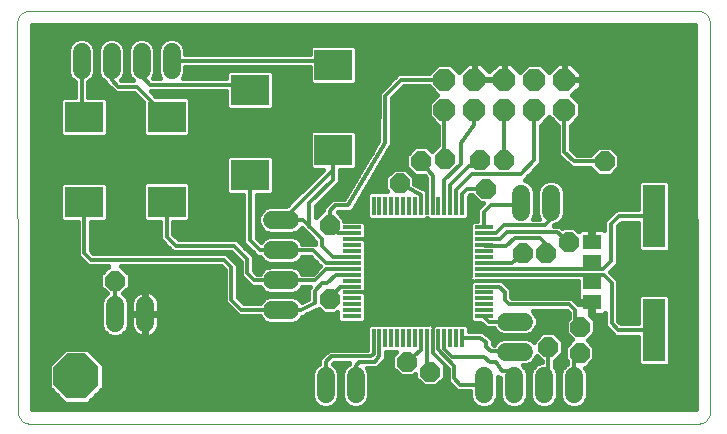
<source format=gtl>
G75*
G70*
%OFA0B0*%
%FSLAX24Y24*%
%IPPOS*%
%LPD*%
%AMOC8*
5,1,8,0,0,1.08239X$1,22.5*
%
%ADD10C,0.0000*%
%ADD11R,0.0630X0.0118*%
%ADD12R,0.0118X0.0630*%
%ADD13R,0.0760X0.2100*%
%ADD14R,0.0591X0.0512*%
%ADD15OC8,0.0740*%
%ADD16C,0.0600*%
%ADD17R,0.1260X0.1024*%
%ADD18C,0.0120*%
%ADD19OC8,0.0660*%
%ADD20C,0.0160*%
%ADD21C,0.0100*%
%ADD22OC8,0.1500*%
D10*
X001073Y001180D02*
X023361Y001180D01*
X023400Y001182D01*
X023438Y001188D01*
X023475Y001197D01*
X023512Y001210D01*
X023547Y001227D01*
X023580Y001246D01*
X023611Y001270D01*
X023640Y001296D01*
X023666Y001324D01*
X023689Y001355D01*
X023709Y001389D01*
X023725Y001423D01*
X023738Y001460D01*
X023747Y001497D01*
X023753Y001536D01*
X023755Y001574D01*
X023754Y001574D02*
X023736Y014554D01*
X023736Y014555D02*
X023734Y014593D01*
X023728Y014631D01*
X023719Y014669D01*
X023706Y014705D01*
X023689Y014740D01*
X023669Y014773D01*
X023646Y014804D01*
X023620Y014833D01*
X023592Y014859D01*
X023561Y014882D01*
X023528Y014902D01*
X023493Y014918D01*
X023456Y014931D01*
X023419Y014940D01*
X023381Y014946D01*
X023342Y014948D01*
X001055Y014948D01*
X001016Y014946D01*
X000978Y014940D01*
X000941Y014931D01*
X000904Y014918D01*
X000869Y014901D01*
X000836Y014882D01*
X000805Y014858D01*
X000776Y014832D01*
X000750Y014804D01*
X000727Y014773D01*
X000707Y014739D01*
X000691Y014705D01*
X000678Y014668D01*
X000669Y014631D01*
X000663Y014592D01*
X000661Y014554D01*
X000679Y001573D01*
X000681Y001535D01*
X000687Y001497D01*
X000696Y001459D01*
X000709Y001423D01*
X000726Y001388D01*
X000746Y001355D01*
X000769Y001324D01*
X000795Y001295D01*
X000823Y001269D01*
X000854Y001246D01*
X000887Y001226D01*
X000922Y001210D01*
X000959Y001197D01*
X000996Y001188D01*
X001034Y001182D01*
X001073Y001180D01*
D11*
X011806Y004767D03*
X011806Y004963D03*
X011806Y005160D03*
X011806Y005357D03*
X011806Y005554D03*
X011806Y005751D03*
X011806Y005948D03*
X011806Y006145D03*
X011806Y006341D03*
X011806Y006538D03*
X011806Y006735D03*
X011806Y006932D03*
X011806Y007129D03*
X011806Y007326D03*
X011806Y007523D03*
X011806Y007719D03*
X016215Y007719D03*
X016215Y007523D03*
X016215Y007326D03*
X016215Y007129D03*
X016215Y006932D03*
X016215Y006735D03*
X016215Y006538D03*
X016215Y006341D03*
X016215Y006145D03*
X016215Y005948D03*
X016215Y005751D03*
X016215Y005554D03*
X016215Y005357D03*
X016215Y005160D03*
X016215Y004963D03*
X016215Y004767D03*
D12*
X015487Y004038D03*
X015290Y004038D03*
X015093Y004038D03*
X014897Y004038D03*
X014700Y004038D03*
X014503Y004038D03*
X014306Y004038D03*
X014109Y004038D03*
X013912Y004038D03*
X013715Y004038D03*
X013519Y004038D03*
X013322Y004038D03*
X013125Y004038D03*
X012928Y004038D03*
X012731Y004038D03*
X012534Y004038D03*
X012534Y008448D03*
X012731Y008448D03*
X012928Y008448D03*
X013125Y008448D03*
X013322Y008448D03*
X013519Y008448D03*
X013715Y008448D03*
X013912Y008448D03*
X014109Y008448D03*
X014306Y008448D03*
X014503Y008448D03*
X014700Y008448D03*
X014897Y008448D03*
X015093Y008448D03*
X015290Y008448D03*
X015487Y008448D03*
D13*
X021889Y008100D03*
X021889Y004300D03*
D14*
X019810Y005227D03*
X019810Y005897D03*
X019810Y006578D03*
X019810Y007247D03*
D15*
X018897Y011645D03*
X017897Y011645D03*
X016897Y011645D03*
X015897Y011645D03*
X014897Y011645D03*
X014897Y012645D03*
X015897Y012645D03*
X016897Y012645D03*
X017897Y012645D03*
X018897Y012645D03*
D16*
X018456Y008850D02*
X018456Y008250D01*
X017456Y008250D02*
X017456Y008850D01*
X017543Y004582D02*
X016943Y004582D01*
X016943Y003582D02*
X017543Y003582D01*
X017215Y002771D02*
X017215Y002171D01*
X016215Y002171D02*
X016215Y002771D01*
X018215Y002771D02*
X018215Y002171D01*
X019215Y002171D02*
X019215Y002771D01*
X011936Y002767D02*
X011936Y002167D01*
X010936Y002167D02*
X010936Y002767D01*
X009760Y004963D02*
X009160Y004963D01*
X009160Y005963D02*
X009760Y005963D01*
X009760Y006963D02*
X009160Y006963D01*
X009160Y007963D02*
X009760Y007963D01*
X004920Y005137D02*
X004920Y004537D01*
X003920Y004537D02*
X003920Y005137D01*
X003802Y012978D02*
X003802Y013578D01*
X002802Y013578D02*
X002802Y012978D01*
X004802Y012978D02*
X004802Y013578D01*
X005802Y013578D02*
X005802Y012978D01*
D17*
X005641Y011416D03*
X002889Y011393D03*
X002889Y008558D03*
X005641Y008582D03*
X008420Y009467D03*
X011196Y010310D03*
X008420Y012302D03*
X011196Y013145D03*
D18*
X011062Y013278D01*
X005802Y013278D01*
X004802Y013278D02*
X004802Y012759D01*
X005078Y012483D01*
X008239Y012483D01*
X008420Y012302D01*
X005641Y011416D02*
X004649Y012408D01*
X004026Y012408D01*
X003802Y012633D01*
X003802Y013278D01*
X002802Y013278D02*
X002802Y011479D01*
X002889Y011393D01*
X002889Y008558D02*
X002889Y006869D01*
X003109Y006649D01*
X007538Y006649D01*
X007798Y006389D01*
X007798Y005318D01*
X008133Y004983D01*
X009440Y004983D01*
X009460Y004963D01*
X010113Y004963D01*
X010570Y005196D01*
X010570Y005597D01*
X010826Y005853D01*
X010991Y005853D01*
X011282Y006145D01*
X011806Y006145D01*
X011798Y006334D02*
X011806Y006341D01*
X011798Y006334D02*
X010963Y006334D01*
X010593Y005963D01*
X009460Y005963D01*
X008566Y005963D01*
X008326Y006204D01*
X008326Y006668D01*
X007885Y007109D01*
X005948Y007109D01*
X005641Y007416D01*
X005641Y008582D01*
X008420Y009467D02*
X008420Y007286D01*
X008739Y006967D01*
X009456Y006967D01*
X009460Y006963D01*
X010523Y006963D01*
X010944Y006542D01*
X011802Y006542D01*
X011806Y006538D01*
X011802Y006731D02*
X011806Y006735D01*
X011802Y006731D02*
X011192Y006731D01*
X010818Y007089D01*
X010810Y007341D01*
X010184Y007963D01*
X009460Y007963D01*
X010400Y007749D02*
X010400Y008522D01*
X011196Y009318D01*
X011196Y009680D01*
X011196Y010310D01*
X012916Y010546D02*
X011692Y008460D01*
X011251Y008460D01*
X011074Y008282D01*
X011074Y007814D01*
X011361Y007526D01*
X011806Y007523D01*
X011806Y007326D02*
X012467Y007326D01*
X012696Y007097D01*
X012696Y005420D01*
X012393Y005117D01*
X012393Y004656D01*
X011826Y004089D01*
X012534Y004038D02*
X012534Y003511D01*
X012452Y003428D01*
X011129Y003428D01*
X010952Y003251D01*
X010952Y002483D01*
X010936Y002467D01*
X011936Y002467D02*
X011936Y003117D01*
X012058Y003239D01*
X012570Y003239D01*
X012731Y003420D01*
X012731Y004038D01*
X013645Y003243D02*
X014109Y003621D01*
X014109Y004038D01*
X014306Y004038D02*
X014306Y003093D01*
X014420Y002916D01*
X014956Y003089D02*
X014956Y002215D01*
X015408Y002483D02*
X016208Y002479D01*
X016215Y002471D01*
X016822Y002924D02*
X017121Y002924D01*
X017211Y002834D01*
X017211Y002475D01*
X017215Y002471D01*
X016822Y002924D02*
X016605Y003219D01*
X016408Y003219D01*
X016211Y003416D01*
X015164Y003416D01*
X014897Y003684D01*
X014897Y004038D01*
X014700Y004038D02*
X014700Y003656D01*
X015227Y003089D01*
X015227Y002700D01*
X015408Y002483D01*
X014956Y003089D02*
X014503Y003542D01*
X014503Y004038D01*
X015487Y004038D02*
X016093Y004038D01*
X016290Y003900D01*
X016290Y003743D01*
X016444Y003589D01*
X017235Y003589D01*
X017243Y003582D01*
X018361Y003731D02*
X018361Y002617D01*
X018215Y002471D01*
X019215Y002471D02*
X019215Y003349D01*
X019408Y003542D01*
X019432Y004416D02*
X019255Y004593D01*
X019255Y004963D01*
X019058Y005160D01*
X017062Y005160D01*
X016912Y005310D01*
X016912Y005562D01*
X016723Y005751D01*
X016215Y005751D01*
X016215Y005948D02*
X017219Y005948D01*
X017499Y005668D01*
X016215Y006145D02*
X019786Y006145D01*
X019810Y006121D01*
X019810Y005897D01*
X019786Y006145D02*
X020204Y006145D01*
X020467Y005881D01*
X020467Y004523D01*
X020688Y004302D01*
X021886Y004302D01*
X021889Y004300D01*
X020188Y006341D02*
X019826Y006341D01*
X019810Y006357D01*
X019810Y006578D01*
X019826Y006341D02*
X016215Y006341D01*
X016215Y006538D02*
X017164Y006538D01*
X017519Y006885D01*
X017259Y007357D02*
X016940Y007105D01*
X016239Y007105D01*
X016215Y007129D01*
X016215Y007326D02*
X016735Y007326D01*
X016975Y007566D01*
X018645Y007562D01*
X019042Y007235D01*
X018314Y007133D02*
X018298Y006877D01*
X018314Y007133D02*
X018097Y007357D01*
X017259Y007357D01*
X016897Y007790D02*
X018235Y007790D01*
X018456Y008011D01*
X018456Y008550D01*
X017456Y008550D02*
X017389Y008483D01*
X016456Y008483D01*
X016215Y008243D01*
X016215Y007719D01*
X016215Y007523D02*
X016629Y007523D01*
X016897Y007790D01*
X015487Y008448D02*
X015483Y008834D01*
X015656Y009015D01*
X016274Y009015D01*
X015814Y009495D02*
X017452Y009499D01*
X017897Y009963D01*
X017897Y011645D01*
X016897Y011645D02*
X016897Y010007D01*
X016893Y009971D01*
X016093Y009971D02*
X015936Y009767D01*
X015727Y009767D01*
X015086Y009121D01*
X015093Y008448D01*
X014897Y008448D02*
X014893Y009310D01*
X015444Y009845D01*
X015440Y010523D01*
X015897Y011129D01*
X015897Y011645D01*
X014897Y011645D02*
X014897Y010235D01*
X014916Y010003D01*
X014503Y009444D02*
X014121Y009940D01*
X014145Y009404D02*
X013952Y009404D01*
X013404Y009952D01*
X013294Y009952D01*
X014145Y009404D02*
X014306Y009243D01*
X014306Y008448D01*
X014503Y008448D02*
X014503Y009444D01*
X015294Y008967D02*
X015814Y009495D01*
X015294Y008967D02*
X015290Y008448D01*
X014109Y008448D02*
X014109Y008810D01*
X013404Y009188D01*
X012916Y010546D02*
X012924Y012113D01*
X013456Y012645D01*
X014897Y012645D01*
X018897Y011645D02*
X018897Y010231D01*
X019227Y009924D01*
X020235Y009924D01*
X020711Y008105D02*
X021883Y008105D01*
X021889Y008100D01*
X020711Y008105D02*
X020452Y007845D01*
X020452Y006605D01*
X020188Y006341D01*
X017243Y004582D02*
X017239Y004578D01*
X016369Y004578D01*
X016215Y004731D01*
X016215Y004767D01*
X012393Y005117D02*
X012393Y005393D01*
X012231Y005554D01*
X011806Y005554D01*
X011806Y005751D02*
X011416Y005751D01*
X011074Y005337D01*
X003920Y004837D02*
X003920Y005889D01*
X003912Y005952D01*
D19*
X003912Y005952D03*
X011074Y005337D03*
X011826Y004089D03*
X013645Y003243D03*
X014420Y002916D03*
X014956Y002215D03*
X018361Y003731D03*
X019408Y003542D03*
X019432Y004416D03*
X017499Y005668D03*
X017519Y006885D03*
X018298Y006877D03*
X019042Y007235D03*
X016274Y009015D03*
X016093Y009971D03*
X016893Y009971D03*
X014916Y010003D03*
X014121Y009940D03*
X013294Y009952D03*
X013404Y009188D03*
X011074Y007814D03*
X020235Y009924D03*
D20*
X019886Y009581D02*
X017834Y009581D01*
X017986Y009739D02*
X019101Y009739D01*
X019075Y009766D02*
X019136Y009704D01*
X019141Y009704D01*
X019144Y009701D01*
X019231Y009704D01*
X019762Y009704D01*
X020032Y009434D01*
X020438Y009434D01*
X020725Y009721D01*
X020725Y010127D01*
X020438Y010414D01*
X020032Y010414D01*
X019762Y010144D01*
X019314Y010144D01*
X019117Y010327D01*
X019117Y011115D01*
X019427Y011425D01*
X019427Y011864D01*
X019160Y012130D01*
X019447Y012417D01*
X019447Y012625D01*
X018917Y012625D01*
X018917Y012665D01*
X018877Y012665D01*
X018877Y013195D01*
X018669Y013195D01*
X018382Y012908D01*
X018116Y013175D01*
X017677Y013175D01*
X017411Y012908D01*
X017124Y013195D01*
X016917Y013195D01*
X016917Y012665D01*
X016877Y012665D01*
X016877Y013195D01*
X016669Y013195D01*
X016397Y012922D01*
X016124Y013195D01*
X015917Y013195D01*
X015917Y012665D01*
X015877Y012665D01*
X015877Y013195D01*
X015669Y013195D01*
X015382Y012908D01*
X015116Y013175D01*
X014677Y013175D01*
X014367Y012865D01*
X013364Y012865D01*
X012769Y012269D01*
X012705Y012205D01*
X012705Y012205D01*
X012704Y012204D01*
X012704Y012114D01*
X012697Y010606D01*
X011566Y008680D01*
X011160Y008680D01*
X010983Y008502D01*
X010854Y008373D01*
X010854Y008287D01*
X010620Y008053D01*
X010620Y008431D01*
X011416Y009227D01*
X011416Y009638D01*
X011892Y009638D01*
X011986Y009732D01*
X011986Y010888D01*
X011892Y010982D01*
X010500Y010982D01*
X010406Y010888D01*
X010406Y009732D01*
X010500Y009638D01*
X010841Y009638D01*
X009626Y008423D01*
X009068Y008423D01*
X008899Y008353D01*
X008770Y008224D01*
X008700Y008055D01*
X008700Y007872D01*
X008770Y007703D01*
X008899Y007573D01*
X009068Y007503D01*
X009851Y007503D01*
X010020Y007573D01*
X010142Y007695D01*
X010244Y007594D01*
X010309Y007529D01*
X010593Y007247D01*
X010595Y007183D01*
X010166Y007183D01*
X010149Y007224D01*
X010020Y007353D01*
X009851Y007423D01*
X009068Y007423D01*
X008899Y007353D01*
X008782Y007236D01*
X008640Y007377D01*
X008640Y008796D01*
X009116Y008796D01*
X009210Y008889D01*
X009210Y010045D01*
X009116Y010139D01*
X007724Y010139D01*
X007630Y010045D01*
X007630Y008889D01*
X007724Y008796D01*
X008200Y008796D01*
X008200Y007195D01*
X008519Y006876D01*
X008648Y006747D01*
X008751Y006747D01*
X008770Y006703D01*
X008899Y006573D01*
X009068Y006503D01*
X009851Y006503D01*
X010020Y006573D01*
X010149Y006703D01*
X010166Y006743D01*
X010431Y006743D01*
X010724Y006451D01*
X010747Y006428D01*
X010743Y006425D01*
X010502Y006183D01*
X010166Y006183D01*
X010149Y006224D01*
X010020Y006353D01*
X009851Y006423D01*
X009068Y006423D01*
X008899Y006353D01*
X008770Y006224D01*
X008753Y006183D01*
X008657Y006183D01*
X008546Y006295D01*
X008546Y006759D01*
X008417Y006888D01*
X007976Y007329D01*
X006039Y007329D01*
X005861Y007507D01*
X005861Y007910D01*
X006337Y007910D01*
X006431Y008003D01*
X006431Y009160D01*
X006337Y009253D01*
X004944Y009253D01*
X004851Y009160D01*
X004851Y008003D01*
X004944Y007910D01*
X005421Y007910D01*
X005421Y007325D01*
X005728Y007018D01*
X005857Y006889D01*
X007794Y006889D01*
X008106Y006577D01*
X008106Y006112D01*
X008346Y005872D01*
X008475Y005743D01*
X008753Y005743D01*
X008770Y005703D01*
X008899Y005573D01*
X009068Y005503D01*
X009851Y005503D01*
X010020Y005573D01*
X010149Y005703D01*
X010166Y005743D01*
X010405Y005743D01*
X010350Y005688D01*
X010350Y005331D01*
X010146Y005227D01*
X010020Y005353D01*
X009851Y005423D01*
X009068Y005423D01*
X008899Y005353D01*
X008770Y005224D01*
X008761Y005203D01*
X008224Y005203D01*
X008018Y005409D01*
X008018Y006480D01*
X007889Y006609D01*
X007629Y006869D01*
X003200Y006869D01*
X003109Y006960D01*
X003109Y007886D01*
X003585Y007886D01*
X003679Y007980D01*
X003679Y009136D01*
X003585Y009230D01*
X002192Y009230D01*
X002099Y009136D01*
X002099Y007980D01*
X002192Y007886D01*
X002669Y007886D01*
X002669Y006778D01*
X002889Y006557D01*
X003018Y006429D01*
X003696Y006429D01*
X003422Y006155D01*
X003422Y005749D01*
X003652Y005519D01*
X003530Y005398D01*
X003460Y005229D01*
X003460Y004446D01*
X003530Y004277D01*
X003660Y004148D01*
X003829Y004077D01*
X004012Y004077D01*
X004181Y004148D01*
X004310Y004277D01*
X004380Y004446D01*
X004380Y005229D01*
X004310Y005398D01*
X004181Y005527D01*
X004402Y005749D01*
X004402Y006155D01*
X004128Y006429D01*
X007447Y006429D01*
X007578Y006298D01*
X007578Y005227D01*
X007913Y004892D01*
X008042Y004763D01*
X008745Y004763D01*
X008770Y004703D01*
X008899Y004573D01*
X009068Y004503D01*
X009851Y004503D01*
X010020Y004573D01*
X010149Y004703D01*
X010166Y004743D01*
X010204Y004743D01*
X010244Y004783D01*
X010622Y004976D01*
X010661Y004976D01*
X010701Y005015D01*
X010702Y005016D01*
X010871Y004847D01*
X011277Y004847D01*
X011331Y004902D01*
X011331Y004641D01*
X011425Y004548D01*
X012187Y004548D01*
X012281Y004641D01*
X012281Y005412D01*
X012289Y005425D01*
X012301Y005471D01*
X012301Y005554D01*
X012209Y005554D01*
X012209Y005554D01*
X012209Y005554D01*
X012301Y005554D01*
X012301Y005637D01*
X012289Y005683D01*
X012281Y005696D01*
X012281Y007184D01*
X012289Y007197D01*
X012301Y007243D01*
X012301Y007326D01*
X012301Y007408D01*
X012289Y007454D01*
X012281Y007468D01*
X012281Y007845D01*
X012187Y007938D01*
X011564Y007938D01*
X011564Y008017D01*
X011341Y008239D01*
X011342Y008240D01*
X011632Y008240D01*
X011659Y008224D01*
X011720Y008240D01*
X011783Y008240D01*
X011805Y008262D01*
X011835Y008270D01*
X011867Y008324D01*
X011912Y008368D01*
X011912Y008400D01*
X013091Y010410D01*
X013136Y010454D01*
X013136Y010486D01*
X013152Y010513D01*
X013136Y010574D01*
X013144Y012021D01*
X013547Y012425D01*
X014367Y012425D01*
X014647Y012145D01*
X014367Y011864D01*
X014367Y011425D01*
X014677Y011115D01*
X014677Y010456D01*
X014487Y010267D01*
X014324Y010430D01*
X013918Y010430D01*
X013631Y010143D01*
X013631Y009737D01*
X013918Y009450D01*
X014221Y009450D01*
X014283Y009369D01*
X014283Y008966D01*
X014242Y008988D01*
X014200Y009030D01*
X014164Y009030D01*
X013894Y009175D01*
X013894Y009391D01*
X013607Y009678D01*
X013201Y009678D01*
X012914Y009391D01*
X012914Y008985D01*
X012977Y008923D01*
X012409Y008923D01*
X012315Y008829D01*
X012315Y008066D01*
X012409Y007973D01*
X014164Y007973D01*
X014177Y007965D01*
X014223Y007953D01*
X014306Y007953D01*
X014389Y007953D01*
X014435Y007965D01*
X014448Y007973D01*
X015612Y007973D01*
X015706Y008066D01*
X015706Y008357D01*
X015708Y008359D01*
X015706Y008541D01*
X015706Y008748D01*
X015750Y008795D01*
X015802Y008795D01*
X016072Y008525D01*
X016186Y008525D01*
X015995Y008334D01*
X015995Y007938D01*
X015834Y007938D01*
X015740Y007845D01*
X015740Y006090D01*
X015733Y006076D01*
X015720Y006030D01*
X015720Y005948D01*
X015812Y005948D01*
X015812Y005948D01*
X015812Y005948D01*
X015720Y005948D01*
X015720Y005865D01*
X015733Y005819D01*
X015740Y005806D01*
X015740Y004641D01*
X015834Y004548D01*
X016088Y004548D01*
X016149Y004487D01*
X016278Y004358D01*
X016538Y004358D01*
X016553Y004321D01*
X016682Y004192D01*
X016851Y004122D01*
X017634Y004122D01*
X017804Y004192D01*
X017933Y004321D01*
X018003Y004490D01*
X018003Y004673D01*
X017933Y004842D01*
X017835Y004940D01*
X018967Y004940D01*
X019035Y004872D01*
X019035Y004712D01*
X018942Y004619D01*
X018942Y004213D01*
X019164Y003991D01*
X018918Y003745D01*
X018918Y003339D01*
X018995Y003262D01*
X018995Y003178D01*
X018955Y003161D01*
X018825Y003032D01*
X018755Y002863D01*
X018755Y002080D01*
X018825Y001911D01*
X018955Y001781D01*
X019124Y001711D01*
X019307Y001711D01*
X019476Y001781D01*
X019605Y001911D01*
X019675Y002080D01*
X019675Y002863D01*
X019605Y003032D01*
X019585Y003052D01*
X019611Y003052D01*
X019898Y003339D01*
X019898Y003745D01*
X019676Y003967D01*
X019922Y004213D01*
X019922Y004619D01*
X019750Y004791D01*
X019762Y004791D01*
X019762Y005179D01*
X019858Y005179D01*
X019858Y004791D01*
X020129Y004791D01*
X020175Y004804D01*
X020216Y004827D01*
X020247Y004859D01*
X020247Y004431D01*
X020468Y004211D01*
X020597Y004082D01*
X021349Y004082D01*
X021349Y003183D01*
X021442Y003090D01*
X022335Y003090D01*
X022429Y003183D01*
X022429Y005416D01*
X022335Y005510D01*
X021442Y005510D01*
X021349Y005416D01*
X021349Y004522D01*
X020779Y004522D01*
X020687Y004614D01*
X020687Y005972D01*
X020559Y006101D01*
X020408Y006251D01*
X020543Y006385D01*
X020672Y006514D01*
X020672Y007754D01*
X020803Y007885D01*
X021349Y007885D01*
X021349Y006983D01*
X021442Y006890D01*
X022335Y006890D01*
X022429Y006983D01*
X022429Y009216D01*
X022335Y009310D01*
X021442Y009310D01*
X021349Y009216D01*
X021349Y008325D01*
X020620Y008325D01*
X020491Y008196D01*
X020232Y007936D01*
X020232Y007631D01*
X020216Y007647D01*
X020175Y007671D01*
X020129Y007683D01*
X019858Y007683D01*
X019858Y007295D01*
X019762Y007295D01*
X019762Y007683D01*
X019491Y007683D01*
X019445Y007671D01*
X019404Y007647D01*
X019371Y007613D01*
X019366Y007605D01*
X019245Y007725D01*
X018839Y007725D01*
X018818Y007704D01*
X018793Y007725D01*
X018736Y007782D01*
X018724Y007782D01*
X018714Y007790D01*
X018634Y007782D01*
X018538Y007782D01*
X018546Y007790D01*
X018547Y007790D01*
X018716Y007860D01*
X018846Y007990D01*
X018916Y008159D01*
X018916Y008942D01*
X018846Y009111D01*
X018716Y009240D01*
X018547Y009310D01*
X018364Y009310D01*
X018195Y009240D01*
X018066Y009111D01*
X017996Y008942D01*
X017996Y008159D01*
X018057Y008010D01*
X017854Y008010D01*
X017916Y008159D01*
X017916Y008942D01*
X017846Y009111D01*
X017716Y009240D01*
X017567Y009302D01*
X017609Y009345D01*
X017672Y009408D01*
X017672Y009411D01*
X018054Y009810D01*
X018117Y009872D01*
X018117Y009875D01*
X018118Y009877D01*
X018117Y009966D01*
X018117Y011115D01*
X018397Y011395D01*
X018677Y011115D01*
X018677Y010318D01*
X018673Y010314D01*
X018677Y010227D01*
X018677Y010140D01*
X018680Y010137D01*
X018680Y010132D01*
X018744Y010073D01*
X018805Y010011D01*
X018810Y010011D01*
X019075Y009766D01*
X018933Y009898D02*
X018118Y009898D01*
X018117Y010056D02*
X018761Y010056D01*
X018677Y010215D02*
X018117Y010215D01*
X018117Y010373D02*
X018677Y010373D01*
X018677Y010532D02*
X018117Y010532D01*
X018117Y010690D02*
X018677Y010690D01*
X018677Y010849D02*
X018117Y010849D01*
X018117Y011007D02*
X018677Y011007D01*
X018626Y011166D02*
X018167Y011166D01*
X018326Y011324D02*
X018468Y011324D01*
X019117Y011007D02*
X023261Y011007D01*
X023261Y010849D02*
X019117Y010849D01*
X019117Y010690D02*
X023261Y010690D01*
X023261Y010532D02*
X019117Y010532D01*
X019117Y010373D02*
X019991Y010373D01*
X019833Y010215D02*
X019238Y010215D01*
X020479Y010373D02*
X023262Y010373D01*
X023262Y010215D02*
X020638Y010215D01*
X020725Y010056D02*
X023262Y010056D01*
X023262Y009898D02*
X020725Y009898D01*
X020725Y009739D02*
X023263Y009739D01*
X023263Y009581D02*
X020585Y009581D01*
X021349Y009105D02*
X018848Y009105D01*
X018914Y008947D02*
X021349Y008947D01*
X021349Y008788D02*
X018916Y008788D01*
X018916Y008630D02*
X021349Y008630D01*
X021349Y008471D02*
X018916Y008471D01*
X018916Y008313D02*
X020608Y008313D01*
X020449Y008154D02*
X018914Y008154D01*
X018848Y007996D02*
X020291Y007996D01*
X020232Y007837D02*
X018660Y007837D01*
X019292Y007679D02*
X019475Y007679D01*
X019762Y007679D02*
X019858Y007679D01*
X019858Y007520D02*
X019762Y007520D01*
X019762Y007362D02*
X019858Y007362D01*
X020145Y007679D02*
X020232Y007679D01*
X020672Y007679D02*
X021349Y007679D01*
X021349Y007520D02*
X020672Y007520D01*
X020672Y007362D02*
X021349Y007362D01*
X021349Y007203D02*
X020672Y007203D01*
X020672Y007045D02*
X021349Y007045D01*
X020672Y006886D02*
X023267Y006886D01*
X023267Y006728D02*
X020672Y006728D01*
X020672Y006569D02*
X023267Y006569D01*
X023267Y006411D02*
X020568Y006411D01*
X020410Y006252D02*
X023268Y006252D01*
X023268Y006094D02*
X020566Y006094D01*
X020687Y005935D02*
X023268Y005935D01*
X023268Y005777D02*
X020687Y005777D01*
X020687Y005618D02*
X023268Y005618D01*
X023269Y005460D02*
X022385Y005460D01*
X022429Y005301D02*
X023269Y005301D01*
X023269Y005143D02*
X022429Y005143D01*
X022429Y004984D02*
X023269Y004984D01*
X023270Y004826D02*
X022429Y004826D01*
X022429Y004667D02*
X023270Y004667D01*
X023270Y004509D02*
X022429Y004509D01*
X022429Y004350D02*
X023270Y004350D01*
X023270Y004192D02*
X022429Y004192D01*
X022429Y004033D02*
X023271Y004033D01*
X023271Y003875D02*
X022429Y003875D01*
X022429Y003716D02*
X023271Y003716D01*
X023271Y003558D02*
X022429Y003558D01*
X022429Y003399D02*
X023272Y003399D01*
X023272Y003241D02*
X022429Y003241D01*
X023272Y003082D02*
X019641Y003082D01*
X019650Y002924D02*
X023272Y002924D01*
X023273Y002765D02*
X019675Y002765D01*
X019675Y002607D02*
X023273Y002607D01*
X023273Y002448D02*
X019675Y002448D01*
X019675Y002290D02*
X023273Y002290D01*
X023273Y002131D02*
X019675Y002131D01*
X019631Y001973D02*
X023274Y001973D01*
X023274Y001814D02*
X019509Y001814D01*
X018922Y001814D02*
X018509Y001814D01*
X018476Y001781D02*
X018605Y001911D01*
X018675Y002080D01*
X018675Y002863D01*
X018605Y003032D01*
X018581Y003056D01*
X018581Y003258D01*
X018851Y003528D01*
X018851Y003934D01*
X018564Y004221D01*
X018158Y004221D01*
X017871Y003934D01*
X017871Y003904D01*
X017804Y003972D01*
X017634Y004042D01*
X016851Y004042D01*
X016682Y003972D01*
X016553Y003842D01*
X016539Y003809D01*
X016535Y003809D01*
X016511Y003833D01*
X016523Y003849D01*
X016510Y003920D01*
X016510Y003992D01*
X016495Y004007D01*
X016491Y004028D01*
X016432Y004070D01*
X016381Y004120D01*
X016360Y004120D01*
X016235Y004207D01*
X016185Y004258D01*
X016163Y004258D01*
X016145Y004271D01*
X016074Y004258D01*
X015706Y004258D01*
X015706Y004420D01*
X015612Y004513D01*
X014645Y004513D01*
X014631Y004521D01*
X014586Y004533D01*
X014503Y004533D01*
X014503Y004442D01*
X014503Y004442D01*
X014503Y004533D01*
X014420Y004533D01*
X014374Y004521D01*
X014361Y004513D01*
X012409Y004513D01*
X012315Y004420D01*
X012315Y004130D01*
X012314Y004129D01*
X012314Y003648D01*
X011038Y003648D01*
X010861Y003471D01*
X010732Y003342D01*
X010732Y003181D01*
X010675Y003157D01*
X010546Y003028D01*
X010476Y002859D01*
X010476Y002076D01*
X010546Y001907D01*
X010675Y001777D01*
X010844Y001707D01*
X011027Y001707D01*
X011196Y001777D01*
X011326Y001907D01*
X011396Y002076D01*
X011396Y002859D01*
X011326Y003028D01*
X011196Y003157D01*
X011177Y003165D01*
X011220Y003208D01*
X011716Y003208D01*
X011716Y003174D01*
X011675Y003157D01*
X011546Y003028D01*
X011476Y002859D01*
X011476Y002076D01*
X011546Y001907D01*
X011675Y001777D01*
X011844Y001707D01*
X012027Y001707D01*
X012196Y001777D01*
X012326Y001907D01*
X012396Y002076D01*
X012396Y002859D01*
X012330Y003019D01*
X012486Y003019D01*
X012491Y003014D01*
X012576Y003019D01*
X012661Y003019D01*
X012666Y003024D01*
X012673Y003025D01*
X012730Y003088D01*
X012790Y003148D01*
X012790Y003155D01*
X012891Y003269D01*
X012951Y003329D01*
X012951Y003336D01*
X012956Y003342D01*
X012951Y003426D01*
X012951Y003563D01*
X013272Y003563D01*
X013155Y003446D01*
X013155Y003040D01*
X013442Y002753D01*
X013848Y002753D01*
X013930Y002836D01*
X013930Y002713D01*
X014217Y002426D01*
X014623Y002426D01*
X014910Y002713D01*
X014910Y003107D01*
X015007Y003003D01*
X015007Y002709D01*
X015000Y002628D01*
X015007Y002620D01*
X015007Y002609D01*
X015065Y002551D01*
X015188Y002404D01*
X015188Y002393D01*
X015246Y002335D01*
X015298Y002272D01*
X015309Y002271D01*
X015316Y002264D01*
X015398Y002263D01*
X015480Y002256D01*
X015488Y002263D01*
X015755Y002261D01*
X015755Y002080D01*
X015825Y001911D01*
X015955Y001781D01*
X016124Y001711D01*
X016307Y001711D01*
X016476Y001781D01*
X016605Y001911D01*
X016675Y002080D01*
X016675Y002752D01*
X016698Y002721D01*
X016717Y002718D01*
X016731Y002704D01*
X016755Y002704D01*
X016755Y002080D01*
X016825Y001911D01*
X016955Y001781D01*
X017124Y001711D01*
X017307Y001711D01*
X017476Y001781D01*
X017605Y001911D01*
X017675Y002080D01*
X017675Y002863D01*
X017605Y003032D01*
X017516Y003122D01*
X017634Y003122D01*
X017804Y003192D01*
X017933Y003321D01*
X017976Y003424D01*
X018141Y003258D01*
X018141Y003231D01*
X018124Y003231D01*
X017955Y003161D01*
X017825Y003032D01*
X017755Y002863D01*
X017755Y002080D01*
X017825Y001911D01*
X017955Y001781D01*
X018124Y001711D01*
X018307Y001711D01*
X018476Y001781D01*
X018631Y001973D02*
X018800Y001973D01*
X018755Y002131D02*
X018675Y002131D01*
X018675Y002290D02*
X018755Y002290D01*
X018755Y002448D02*
X018675Y002448D01*
X018675Y002607D02*
X018755Y002607D01*
X018755Y002765D02*
X018675Y002765D01*
X018650Y002924D02*
X018781Y002924D01*
X018876Y003082D02*
X018581Y003082D01*
X018581Y003241D02*
X018995Y003241D01*
X018918Y003399D02*
X018722Y003399D01*
X018851Y003558D02*
X018918Y003558D01*
X018918Y003716D02*
X018851Y003716D01*
X018851Y003875D02*
X019048Y003875D01*
X019122Y004033D02*
X018752Y004033D01*
X018594Y004192D02*
X018964Y004192D01*
X018942Y004350D02*
X017945Y004350D01*
X018003Y004509D02*
X018942Y004509D01*
X018990Y004667D02*
X018003Y004667D01*
X017940Y004826D02*
X019035Y004826D01*
X019350Y005179D02*
X019346Y005183D01*
X019149Y005380D01*
X018967Y005380D01*
X017153Y005380D01*
X017132Y005401D01*
X017132Y005653D01*
X017003Y005782D01*
X016861Y005925D01*
X019355Y005925D01*
X019355Y005574D01*
X019358Y005571D01*
X019347Y005553D01*
X019335Y005507D01*
X019335Y005275D01*
X019762Y005275D01*
X019762Y005179D01*
X019350Y005179D01*
X019335Y005301D02*
X019228Y005301D01*
X019335Y005460D02*
X017132Y005460D01*
X017132Y005618D02*
X019355Y005618D01*
X019355Y005777D02*
X017009Y005777D01*
X015740Y005777D02*
X012281Y005777D01*
X012281Y005935D02*
X015720Y005935D01*
X015740Y006094D02*
X012281Y006094D01*
X012281Y006252D02*
X015740Y006252D01*
X015740Y006411D02*
X012281Y006411D01*
X012281Y006569D02*
X015740Y006569D01*
X015740Y006728D02*
X012281Y006728D01*
X012281Y006886D02*
X015740Y006886D01*
X015740Y007045D02*
X012281Y007045D01*
X012290Y007203D02*
X015740Y007203D01*
X015740Y007362D02*
X012301Y007362D01*
X012301Y007326D02*
X012209Y007326D01*
X012209Y007326D01*
X012209Y007326D01*
X012301Y007326D01*
X012281Y007520D02*
X015740Y007520D01*
X015740Y007679D02*
X012281Y007679D01*
X012281Y007837D02*
X015740Y007837D01*
X015635Y007996D02*
X015995Y007996D01*
X015995Y008154D02*
X015706Y008154D01*
X015706Y008313D02*
X015995Y008313D01*
X016132Y008471D02*
X015707Y008471D01*
X015706Y008630D02*
X015967Y008630D01*
X015808Y008788D02*
X015744Y008788D01*
X014283Y009105D02*
X014024Y009105D01*
X013894Y009264D02*
X014283Y009264D01*
X014242Y009422D02*
X013863Y009422D01*
X013787Y009581D02*
X013705Y009581D01*
X013631Y009739D02*
X012698Y009739D01*
X012791Y009898D02*
X013631Y009898D01*
X013631Y010056D02*
X012884Y010056D01*
X012977Y010215D02*
X013703Y010215D01*
X013861Y010373D02*
X013070Y010373D01*
X013147Y010532D02*
X014677Y010532D01*
X014677Y010690D02*
X013137Y010690D01*
X013138Y010849D02*
X014677Y010849D01*
X014677Y011007D02*
X013139Y011007D01*
X013139Y011166D02*
X014626Y011166D01*
X014468Y011324D02*
X013140Y011324D01*
X013141Y011483D02*
X014367Y011483D01*
X014367Y011641D02*
X013142Y011641D01*
X013143Y011800D02*
X014367Y011800D01*
X014460Y011958D02*
X013143Y011958D01*
X013239Y012117D02*
X014619Y012117D01*
X014517Y012275D02*
X013397Y012275D01*
X012933Y012434D02*
X009210Y012434D01*
X009210Y012592D02*
X010406Y012592D01*
X010406Y012566D02*
X010500Y012473D01*
X011892Y012473D01*
X011986Y012566D01*
X011986Y013723D01*
X011892Y013816D01*
X010500Y013816D01*
X010406Y013723D01*
X010406Y013498D01*
X006262Y013498D01*
X006262Y013670D01*
X006192Y013839D01*
X006063Y013968D01*
X005894Y014038D01*
X005711Y014038D01*
X005541Y013968D01*
X005412Y013839D01*
X005342Y013670D01*
X005342Y012887D01*
X005412Y012718D01*
X005427Y012703D01*
X005177Y012703D01*
X005192Y012718D01*
X005262Y012887D01*
X005262Y013670D01*
X005192Y013839D01*
X005063Y013968D01*
X004894Y014038D01*
X004711Y014038D01*
X004541Y013968D01*
X004412Y013839D01*
X004342Y013670D01*
X004342Y012887D01*
X004412Y012718D01*
X004502Y012628D01*
X004118Y012628D01*
X004110Y012636D01*
X004192Y012718D01*
X004262Y012887D01*
X004262Y013670D01*
X004192Y013839D01*
X004063Y013968D01*
X003894Y014038D01*
X003711Y014038D01*
X003541Y013968D01*
X003412Y013839D01*
X003342Y013670D01*
X003342Y012887D01*
X003412Y012718D01*
X003541Y012588D01*
X003582Y012572D01*
X003582Y012542D01*
X003935Y012188D01*
X004557Y012188D01*
X004851Y011895D01*
X004851Y010838D01*
X004944Y010744D01*
X006337Y010744D01*
X006431Y010838D01*
X006431Y011994D01*
X006337Y012088D01*
X005280Y012088D01*
X005105Y012263D01*
X007630Y012263D01*
X007630Y011724D01*
X007724Y011630D01*
X009116Y011630D01*
X009210Y011724D01*
X009210Y012880D01*
X009116Y012974D01*
X007724Y012974D01*
X007630Y012880D01*
X007630Y012703D01*
X006177Y012703D01*
X006192Y012718D01*
X006262Y012887D01*
X006262Y013058D01*
X010406Y013058D01*
X010406Y012566D01*
X010406Y012751D02*
X009210Y012751D01*
X009181Y012909D02*
X010406Y012909D01*
X010406Y013543D02*
X006262Y013543D01*
X006249Y013702D02*
X010406Y013702D01*
X011986Y013702D02*
X023257Y013702D01*
X023257Y013860D02*
X006171Y013860D01*
X005942Y014019D02*
X023256Y014019D01*
X023256Y014177D02*
X001141Y014177D01*
X001142Y014019D02*
X002662Y014019D01*
X002711Y014038D02*
X002541Y013968D01*
X002412Y013839D01*
X002342Y013670D01*
X002342Y012887D01*
X002412Y012718D01*
X002541Y012588D01*
X002582Y012572D01*
X002582Y012064D01*
X002192Y012064D01*
X002099Y011971D01*
X002099Y010815D01*
X002192Y010721D01*
X003585Y010721D01*
X003679Y010815D01*
X003679Y011971D01*
X003585Y012064D01*
X003022Y012064D01*
X003022Y012572D01*
X003063Y012588D01*
X003192Y012718D01*
X003262Y012887D01*
X003262Y013670D01*
X003192Y013839D01*
X003063Y013968D01*
X002894Y014038D01*
X002711Y014038D01*
X002942Y014019D02*
X003662Y014019D01*
X003433Y013860D02*
X003171Y013860D01*
X003249Y013702D02*
X003355Y013702D01*
X003342Y013543D02*
X003262Y013543D01*
X003262Y013385D02*
X003342Y013385D01*
X003342Y013226D02*
X003262Y013226D01*
X003262Y013068D02*
X003342Y013068D01*
X003342Y012909D02*
X003262Y012909D01*
X003206Y012751D02*
X003399Y012751D01*
X003538Y012592D02*
X003066Y012592D01*
X003022Y012434D02*
X003690Y012434D01*
X003849Y012275D02*
X003022Y012275D01*
X003022Y012117D02*
X004629Y012117D01*
X004788Y011958D02*
X003679Y011958D01*
X003679Y011800D02*
X004851Y011800D01*
X004851Y011641D02*
X003679Y011641D01*
X003679Y011483D02*
X004851Y011483D01*
X004851Y011324D02*
X003679Y011324D01*
X003679Y011166D02*
X004851Y011166D01*
X004851Y011007D02*
X003679Y011007D01*
X003679Y010849D02*
X004851Y010849D01*
X006431Y010849D02*
X010406Y010849D01*
X010406Y010690D02*
X001146Y010690D01*
X001147Y010532D02*
X010406Y010532D01*
X010406Y010373D02*
X001147Y010373D01*
X001147Y010215D02*
X010406Y010215D01*
X010406Y010056D02*
X009200Y010056D01*
X009210Y009898D02*
X010406Y009898D01*
X010406Y009739D02*
X009210Y009739D01*
X009210Y009581D02*
X010784Y009581D01*
X010625Y009422D02*
X009210Y009422D01*
X009210Y009264D02*
X010467Y009264D01*
X010308Y009105D02*
X009210Y009105D01*
X009210Y008947D02*
X010150Y008947D01*
X009991Y008788D02*
X008640Y008788D01*
X008640Y008630D02*
X009833Y008630D01*
X009674Y008471D02*
X008640Y008471D01*
X008640Y008313D02*
X008858Y008313D01*
X008741Y008154D02*
X008640Y008154D01*
X008640Y007996D02*
X008700Y007996D01*
X008714Y007837D02*
X008640Y007837D01*
X008640Y007679D02*
X008794Y007679D01*
X008640Y007520D02*
X009028Y007520D01*
X008918Y007362D02*
X008656Y007362D01*
X008351Y007045D02*
X008260Y007045D01*
X008200Y007203D02*
X008102Y007203D01*
X008200Y007362D02*
X006006Y007362D01*
X005861Y007520D02*
X008200Y007520D01*
X008200Y007679D02*
X005861Y007679D01*
X005861Y007837D02*
X008200Y007837D01*
X008200Y007996D02*
X006423Y007996D01*
X006431Y008154D02*
X008200Y008154D01*
X008200Y008313D02*
X006431Y008313D01*
X006431Y008471D02*
X008200Y008471D01*
X008200Y008630D02*
X006431Y008630D01*
X006431Y008788D02*
X008200Y008788D01*
X007630Y008947D02*
X006431Y008947D01*
X006431Y009105D02*
X007630Y009105D01*
X007630Y009264D02*
X001148Y009264D01*
X001148Y009422D02*
X007630Y009422D01*
X007630Y009581D02*
X001148Y009581D01*
X001148Y009739D02*
X007630Y009739D01*
X007630Y009898D02*
X001148Y009898D01*
X001147Y010056D02*
X007641Y010056D01*
X006431Y011007D02*
X012699Y011007D01*
X012698Y010849D02*
X011986Y010849D01*
X011986Y010690D02*
X012697Y010690D01*
X012653Y010532D02*
X011986Y010532D01*
X011986Y010373D02*
X012560Y010373D01*
X012467Y010215D02*
X011986Y010215D01*
X011986Y010056D02*
X012374Y010056D01*
X012281Y009898D02*
X011986Y009898D01*
X011986Y009739D02*
X012188Y009739D01*
X012095Y009581D02*
X011416Y009581D01*
X011416Y009422D02*
X012002Y009422D01*
X011909Y009264D02*
X011416Y009264D01*
X011294Y009105D02*
X011815Y009105D01*
X011722Y008947D02*
X011136Y008947D01*
X010977Y008788D02*
X011629Y008788D01*
X012047Y008630D02*
X012315Y008630D01*
X012315Y008788D02*
X012140Y008788D01*
X012233Y008947D02*
X012953Y008947D01*
X012914Y009105D02*
X012326Y009105D01*
X012419Y009264D02*
X012914Y009264D01*
X012946Y009422D02*
X012512Y009422D01*
X012605Y009581D02*
X013104Y009581D01*
X014381Y010373D02*
X014593Y010373D01*
X012699Y011166D02*
X006431Y011166D01*
X006431Y011324D02*
X012700Y011324D01*
X012701Y011483D02*
X006431Y011483D01*
X006431Y011641D02*
X007713Y011641D01*
X007630Y011800D02*
X006431Y011800D01*
X006431Y011958D02*
X007630Y011958D01*
X007630Y012117D02*
X005251Y012117D01*
X005206Y012751D02*
X005399Y012751D01*
X005342Y012909D02*
X005262Y012909D01*
X005262Y013068D02*
X005342Y013068D01*
X005342Y013226D02*
X005262Y013226D01*
X005262Y013385D02*
X005342Y013385D01*
X005342Y013543D02*
X005262Y013543D01*
X005249Y013702D02*
X005355Y013702D01*
X005433Y013860D02*
X005171Y013860D01*
X004942Y014019D02*
X005662Y014019D01*
X004662Y014019D02*
X003942Y014019D01*
X004171Y013860D02*
X004433Y013860D01*
X004355Y013702D02*
X004249Y013702D01*
X004262Y013543D02*
X004342Y013543D01*
X004342Y013385D02*
X004262Y013385D01*
X004262Y013226D02*
X004342Y013226D01*
X004342Y013068D02*
X004262Y013068D01*
X004262Y012909D02*
X004342Y012909D01*
X004399Y012751D02*
X004206Y012751D01*
X002582Y012434D02*
X001144Y012434D01*
X001144Y012592D02*
X002538Y012592D01*
X002399Y012751D02*
X001143Y012751D01*
X001143Y012909D02*
X002342Y012909D01*
X002342Y013068D02*
X001143Y013068D01*
X001143Y013226D02*
X002342Y013226D01*
X002342Y013385D02*
X001143Y013385D01*
X001142Y013543D02*
X002342Y013543D01*
X002355Y013702D02*
X001142Y013702D01*
X001142Y013860D02*
X002433Y013860D01*
X001141Y014336D02*
X023256Y014336D01*
X023256Y014458D02*
X023274Y001660D01*
X001159Y001660D01*
X001159Y001669D01*
X001159Y001669D01*
X001141Y014468D01*
X023256Y014468D01*
X023256Y014458D01*
X023256Y014458D01*
X023257Y013543D02*
X011986Y013543D01*
X011986Y013385D02*
X023257Y013385D01*
X023258Y013226D02*
X011986Y013226D01*
X011986Y013068D02*
X014570Y013068D01*
X014411Y012909D02*
X011986Y012909D01*
X011986Y012751D02*
X013250Y012751D01*
X013092Y012592D02*
X011986Y012592D01*
X012775Y012275D02*
X009210Y012275D01*
X009210Y012117D02*
X012704Y012117D01*
X012703Y011958D02*
X009210Y011958D01*
X009210Y011800D02*
X012703Y011800D01*
X012702Y011641D02*
X009127Y011641D01*
X007630Y012751D02*
X006206Y012751D01*
X006262Y012909D02*
X007659Y012909D01*
X002582Y012275D02*
X001144Y012275D01*
X001144Y012117D02*
X002582Y012117D01*
X002099Y011958D02*
X001145Y011958D01*
X001145Y011800D02*
X002099Y011800D01*
X002099Y011641D02*
X001145Y011641D01*
X001145Y011483D02*
X002099Y011483D01*
X002099Y011324D02*
X001145Y011324D01*
X001146Y011166D02*
X002099Y011166D01*
X002099Y011007D02*
X001146Y011007D01*
X001146Y010849D02*
X002099Y010849D01*
X002099Y009105D02*
X001149Y009105D01*
X001149Y008947D02*
X002099Y008947D01*
X002099Y008788D02*
X001149Y008788D01*
X001149Y008630D02*
X002099Y008630D01*
X002099Y008471D02*
X001150Y008471D01*
X001150Y008313D02*
X002099Y008313D01*
X002099Y008154D02*
X001150Y008154D01*
X001150Y007996D02*
X002099Y007996D01*
X002669Y007837D02*
X001150Y007837D01*
X001151Y007679D02*
X002669Y007679D01*
X002669Y007520D02*
X001151Y007520D01*
X001151Y007362D02*
X002669Y007362D01*
X002669Y007203D02*
X001151Y007203D01*
X001152Y007045D02*
X002669Y007045D01*
X002669Y006886D02*
X001152Y006886D01*
X001152Y006728D02*
X002719Y006728D01*
X002878Y006569D02*
X001152Y006569D01*
X001153Y006411D02*
X003678Y006411D01*
X003520Y006252D02*
X001153Y006252D01*
X001153Y006094D02*
X003422Y006094D01*
X003422Y005935D02*
X001153Y005935D01*
X001153Y005777D02*
X003422Y005777D01*
X003553Y005618D02*
X001154Y005618D01*
X001154Y005460D02*
X003592Y005460D01*
X003490Y005301D02*
X001154Y005301D01*
X001154Y005143D02*
X003460Y005143D01*
X003460Y004984D02*
X001155Y004984D01*
X001155Y004826D02*
X003460Y004826D01*
X003460Y004667D02*
X001155Y004667D01*
X001155Y004509D02*
X003460Y004509D01*
X003500Y004350D02*
X001155Y004350D01*
X001156Y004192D02*
X003616Y004192D01*
X004225Y004192D02*
X004587Y004192D01*
X004607Y004171D02*
X004669Y004127D01*
X004736Y004093D01*
X004808Y004069D01*
X004882Y004057D01*
X004900Y004057D01*
X004900Y004817D01*
X004940Y004817D01*
X004940Y004057D01*
X004958Y004057D01*
X005033Y004069D01*
X005104Y004093D01*
X005172Y004127D01*
X005233Y004171D01*
X005286Y004225D01*
X005331Y004286D01*
X005365Y004353D01*
X005388Y004425D01*
X005400Y004500D01*
X005400Y004817D01*
X004940Y004817D01*
X004940Y004857D01*
X005400Y004857D01*
X005400Y005175D01*
X005388Y005250D01*
X005365Y005322D01*
X005331Y005389D01*
X005286Y005450D01*
X005233Y005504D01*
X005172Y005548D01*
X005104Y005582D01*
X005033Y005606D01*
X004958Y005617D01*
X004940Y005617D01*
X004940Y004857D01*
X004900Y004857D01*
X004900Y004817D01*
X004440Y004817D01*
X004440Y004500D01*
X004452Y004425D01*
X004475Y004353D01*
X004510Y004286D01*
X004554Y004225D01*
X004607Y004171D01*
X004477Y004350D02*
X004340Y004350D01*
X004380Y004509D02*
X004440Y004509D01*
X004440Y004667D02*
X004380Y004667D01*
X004380Y004826D02*
X004900Y004826D01*
X004900Y004857D02*
X004440Y004857D01*
X004440Y005175D01*
X004452Y005250D01*
X004475Y005322D01*
X004510Y005389D01*
X004554Y005450D01*
X004607Y005504D01*
X004669Y005548D01*
X004736Y005582D01*
X004808Y005606D01*
X004882Y005617D01*
X004900Y005617D01*
X004900Y004857D01*
X004940Y004826D02*
X007979Y004826D01*
X007821Y004984D02*
X005400Y004984D01*
X005400Y005143D02*
X007662Y005143D01*
X007578Y005301D02*
X005372Y005301D01*
X005277Y005460D02*
X007578Y005460D01*
X007578Y005618D02*
X004272Y005618D01*
X004249Y005460D02*
X004563Y005460D01*
X004469Y005301D02*
X004350Y005301D01*
X004380Y005143D02*
X004440Y005143D01*
X004440Y004984D02*
X004380Y004984D01*
X004900Y004984D02*
X004940Y004984D01*
X004940Y005143D02*
X004900Y005143D01*
X004900Y005301D02*
X004940Y005301D01*
X004940Y005460D02*
X004900Y005460D01*
X004402Y005777D02*
X007578Y005777D01*
X007578Y005935D02*
X004402Y005935D01*
X004402Y006094D02*
X007578Y006094D01*
X007578Y006252D02*
X004305Y006252D01*
X004146Y006411D02*
X007465Y006411D01*
X007929Y006569D02*
X008106Y006569D01*
X008106Y006411D02*
X008018Y006411D01*
X008018Y006252D02*
X008106Y006252D01*
X008125Y006094D02*
X008018Y006094D01*
X008018Y005935D02*
X008283Y005935D01*
X008442Y005777D02*
X008018Y005777D01*
X008018Y005618D02*
X008854Y005618D01*
X008847Y005301D02*
X008126Y005301D01*
X008018Y005460D02*
X010350Y005460D01*
X010350Y005618D02*
X010065Y005618D01*
X010073Y005301D02*
X010291Y005301D01*
X010669Y004984D02*
X010734Y004984D01*
X010327Y004826D02*
X011331Y004826D01*
X011331Y004667D02*
X010114Y004667D01*
X009863Y004509D02*
X012404Y004509D01*
X012315Y004350D02*
X005363Y004350D01*
X005400Y004509D02*
X009056Y004509D01*
X008805Y004667D02*
X005400Y004667D01*
X004940Y004667D02*
X004900Y004667D01*
X004900Y004509D02*
X004940Y004509D01*
X004940Y004350D02*
X004900Y004350D01*
X004900Y004192D02*
X004940Y004192D01*
X005253Y004192D02*
X012315Y004192D01*
X012314Y004033D02*
X001156Y004033D01*
X001156Y003875D02*
X012314Y003875D01*
X012314Y003716D02*
X001156Y003716D01*
X001157Y003558D02*
X002145Y003558D01*
X002256Y003669D02*
X001723Y003136D01*
X001723Y002382D01*
X002256Y001849D01*
X003010Y001849D01*
X003543Y002382D01*
X003543Y003136D01*
X003010Y003669D01*
X002256Y003669D01*
X001986Y003399D02*
X001157Y003399D01*
X001157Y003241D02*
X001828Y003241D01*
X001723Y003082D02*
X001157Y003082D01*
X001158Y002924D02*
X001723Y002924D01*
X001723Y002765D02*
X001158Y002765D01*
X001158Y002607D02*
X001723Y002607D01*
X001723Y002448D02*
X001158Y002448D01*
X001158Y002290D02*
X001815Y002290D01*
X001974Y002131D02*
X001159Y002131D01*
X001159Y001973D02*
X002132Y001973D01*
X001159Y001814D02*
X010639Y001814D01*
X010519Y001973D02*
X003133Y001973D01*
X003292Y002131D02*
X010476Y002131D01*
X010476Y002290D02*
X003450Y002290D01*
X003543Y002448D02*
X010476Y002448D01*
X010476Y002607D02*
X003543Y002607D01*
X003543Y002765D02*
X010476Y002765D01*
X010503Y002924D02*
X003543Y002924D01*
X003543Y003082D02*
X010600Y003082D01*
X010732Y003241D02*
X003438Y003241D01*
X003279Y003399D02*
X010789Y003399D01*
X010947Y003558D02*
X003121Y003558D01*
X007770Y006728D02*
X007955Y006728D01*
X007797Y006886D02*
X003183Y006886D01*
X003109Y007045D02*
X005701Y007045D01*
X005543Y007203D02*
X003109Y007203D01*
X003109Y007362D02*
X005421Y007362D01*
X005421Y007520D02*
X003109Y007520D01*
X003109Y007679D02*
X005421Y007679D01*
X005421Y007837D02*
X003109Y007837D01*
X003679Y007996D02*
X004859Y007996D01*
X004851Y008154D02*
X003679Y008154D01*
X003679Y008313D02*
X004851Y008313D01*
X004851Y008471D02*
X003679Y008471D01*
X003679Y008630D02*
X004851Y008630D01*
X004851Y008788D02*
X003679Y008788D01*
X003679Y008947D02*
X004851Y008947D01*
X004851Y009105D02*
X003679Y009105D01*
X008419Y006886D02*
X008509Y006886D01*
X008546Y006728D02*
X008759Y006728D01*
X008910Y006569D02*
X008546Y006569D01*
X008546Y006411D02*
X009037Y006411D01*
X008798Y006252D02*
X008588Y006252D01*
X009882Y006411D02*
X010729Y006411D01*
X010606Y006569D02*
X010009Y006569D01*
X010160Y006728D02*
X010447Y006728D01*
X010571Y006252D02*
X010122Y006252D01*
X010158Y007203D02*
X010594Y007203D01*
X010478Y007362D02*
X010001Y007362D01*
X009891Y007520D02*
X010318Y007520D01*
X010309Y007529D02*
X010309Y007529D01*
X010159Y007679D02*
X010125Y007679D01*
X010620Y008154D02*
X010721Y008154D01*
X010620Y008313D02*
X010854Y008313D01*
X010951Y008471D02*
X010660Y008471D01*
X010819Y008630D02*
X011110Y008630D01*
X011427Y008154D02*
X012315Y008154D01*
X012315Y008313D02*
X011861Y008313D01*
X011954Y008471D02*
X012315Y008471D01*
X012386Y007996D02*
X011564Y007996D01*
X014306Y007996D02*
X014306Y007996D01*
X014306Y007953D02*
X014306Y008044D01*
X014306Y008044D01*
X014306Y007953D01*
X014306Y008044D02*
X014306Y008044D01*
X017660Y009264D02*
X018252Y009264D01*
X018063Y009105D02*
X017848Y009105D01*
X017914Y008947D02*
X017998Y008947D01*
X017996Y008788D02*
X017916Y008788D01*
X017916Y008630D02*
X017996Y008630D01*
X017996Y008471D02*
X017916Y008471D01*
X017916Y008313D02*
X017996Y008313D01*
X017997Y008154D02*
X017914Y008154D01*
X018660Y009264D02*
X021396Y009264D01*
X022381Y009264D02*
X023263Y009264D01*
X023263Y009422D02*
X017683Y009422D01*
X019167Y011166D02*
X023261Y011166D01*
X023260Y011324D02*
X019326Y011324D01*
X019427Y011483D02*
X023260Y011483D01*
X023260Y011641D02*
X019427Y011641D01*
X019427Y011800D02*
X023260Y011800D01*
X023259Y011958D02*
X019333Y011958D01*
X019174Y012117D02*
X023259Y012117D01*
X023259Y012275D02*
X019305Y012275D01*
X019447Y012434D02*
X023259Y012434D01*
X023258Y012592D02*
X019447Y012592D01*
X019447Y012665D02*
X019447Y012872D01*
X019124Y013195D01*
X018917Y013195D01*
X018917Y012665D01*
X019447Y012665D01*
X019447Y012751D02*
X023258Y012751D01*
X023258Y012909D02*
X019410Y012909D01*
X019251Y013068D02*
X023258Y013068D01*
X018917Y013068D02*
X018877Y013068D01*
X018877Y012909D02*
X018917Y012909D01*
X018917Y012751D02*
X018877Y012751D01*
X018542Y013068D02*
X018223Y013068D01*
X018382Y012909D02*
X018383Y012909D01*
X017570Y013068D02*
X017251Y013068D01*
X017410Y012909D02*
X017411Y012909D01*
X016917Y012909D02*
X016877Y012909D01*
X016877Y012751D02*
X016917Y012751D01*
X016877Y012665D02*
X016877Y012625D01*
X016347Y012625D01*
X015917Y012625D01*
X015917Y012665D01*
X016877Y012665D01*
X016877Y013068D02*
X016917Y013068D01*
X016542Y013068D02*
X016251Y013068D01*
X015917Y013068D02*
X015877Y013068D01*
X015877Y012909D02*
X015917Y012909D01*
X015917Y012751D02*
X015877Y012751D01*
X015542Y013068D02*
X015223Y013068D01*
X015382Y012909D02*
X015383Y012909D01*
X022429Y009105D02*
X023263Y009105D01*
X023264Y008947D02*
X022429Y008947D01*
X022429Y008788D02*
X023264Y008788D01*
X023264Y008630D02*
X022429Y008630D01*
X022429Y008471D02*
X023264Y008471D01*
X023265Y008313D02*
X022429Y008313D01*
X022429Y008154D02*
X023265Y008154D01*
X023265Y007996D02*
X022429Y007996D01*
X022429Y007837D02*
X023265Y007837D01*
X023266Y007679D02*
X022429Y007679D01*
X022429Y007520D02*
X023266Y007520D01*
X023266Y007362D02*
X022429Y007362D01*
X022429Y007203D02*
X023266Y007203D01*
X023266Y007045D02*
X022429Y007045D01*
X021349Y007837D02*
X020754Y007837D01*
X020687Y005460D02*
X021392Y005460D01*
X021349Y005301D02*
X020687Y005301D01*
X020687Y005143D02*
X021349Y005143D01*
X021349Y004984D02*
X020687Y004984D01*
X020687Y004826D02*
X021349Y004826D01*
X021349Y004667D02*
X020687Y004667D01*
X020247Y004667D02*
X019874Y004667D01*
X019858Y004826D02*
X019762Y004826D01*
X019762Y004984D02*
X019858Y004984D01*
X019858Y005143D02*
X019762Y005143D01*
X020213Y004826D02*
X020247Y004826D01*
X020247Y004509D02*
X019922Y004509D01*
X019922Y004350D02*
X020329Y004350D01*
X020487Y004192D02*
X019900Y004192D01*
X019742Y004033D02*
X021349Y004033D01*
X021349Y003875D02*
X019769Y003875D01*
X019898Y003716D02*
X021349Y003716D01*
X021349Y003558D02*
X019898Y003558D01*
X019898Y003399D02*
X021349Y003399D01*
X021349Y003241D02*
X019800Y003241D01*
X018141Y003241D02*
X017852Y003241D01*
X017876Y003082D02*
X017555Y003082D01*
X017650Y002924D02*
X017781Y002924D01*
X017755Y002765D02*
X017675Y002765D01*
X017675Y002607D02*
X017755Y002607D01*
X017755Y002448D02*
X017675Y002448D01*
X017675Y002290D02*
X017755Y002290D01*
X017755Y002131D02*
X017675Y002131D01*
X017631Y001973D02*
X017800Y001973D01*
X017922Y001814D02*
X017509Y001814D01*
X016922Y001814D02*
X016509Y001814D01*
X016631Y001973D02*
X016800Y001973D01*
X016755Y002131D02*
X016675Y002131D01*
X016675Y002290D02*
X016755Y002290D01*
X016755Y002448D02*
X016675Y002448D01*
X016675Y002607D02*
X016755Y002607D01*
X015755Y002131D02*
X012396Y002131D01*
X012396Y002290D02*
X015284Y002290D01*
X015151Y002448D02*
X014645Y002448D01*
X014803Y002607D02*
X015009Y002607D01*
X015007Y002765D02*
X014910Y002765D01*
X014910Y002924D02*
X015007Y002924D01*
X014934Y003082D02*
X014910Y003082D01*
X013930Y002765D02*
X013860Y002765D01*
X013430Y002765D02*
X012396Y002765D01*
X012369Y002924D02*
X013271Y002924D01*
X013155Y003082D02*
X012724Y003082D01*
X012866Y003241D02*
X013155Y003241D01*
X013155Y003399D02*
X012953Y003399D01*
X012951Y003558D02*
X013266Y003558D01*
X014503Y004442D02*
X014503Y004442D01*
X014503Y004509D02*
X014503Y004509D01*
X015617Y004509D02*
X016127Y004509D01*
X015740Y004667D02*
X012281Y004667D01*
X012281Y004826D02*
X015740Y004826D01*
X015740Y004984D02*
X012281Y004984D01*
X012281Y005143D02*
X015740Y005143D01*
X015740Y005301D02*
X012281Y005301D01*
X012298Y005460D02*
X015740Y005460D01*
X015740Y005618D02*
X012301Y005618D01*
X015706Y004350D02*
X016541Y004350D01*
X016683Y004192D02*
X016258Y004192D01*
X016485Y004033D02*
X016831Y004033D01*
X016585Y003875D02*
X016518Y003875D01*
X017655Y004033D02*
X017970Y004033D01*
X018128Y004192D02*
X017803Y004192D01*
X017965Y003399D02*
X018000Y003399D01*
X015800Y001973D02*
X012353Y001973D01*
X012233Y001814D02*
X015922Y001814D01*
X014195Y002448D02*
X012396Y002448D01*
X012396Y002607D02*
X014037Y002607D01*
X011600Y003082D02*
X011272Y003082D01*
X011369Y002924D02*
X011503Y002924D01*
X011476Y002765D02*
X011396Y002765D01*
X011396Y002607D02*
X011476Y002607D01*
X011476Y002448D02*
X011396Y002448D01*
X011396Y002290D02*
X011476Y002290D01*
X011476Y002131D02*
X011396Y002131D01*
X011353Y001973D02*
X011519Y001973D01*
X011639Y001814D02*
X011233Y001814D01*
D21*
X009460Y007963D02*
X009680Y008180D01*
X011180Y009680D01*
X011196Y009680D01*
D22*
X002633Y002759D03*
M02*

</source>
